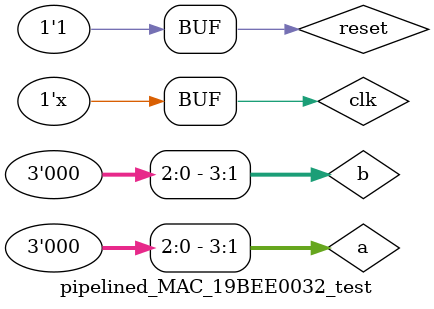
<source format=v>
`timescale 1ns / 1ps
module pipelined_MAC_19BEE0032_test();
reg clk=0,reset=0;
reg [3:0] a;
reg [3:0] b;
wire [9:0] cin;
pipelined_MAC_19BEE0032 uut(clk,reset,a,b,cin);

initial begin
reset=1'b0;
clk=1'b0;
#5;
reset=1'b1;
a=$random;
b=$random;
#10;
end

always
begin
    #5 clk=~clk;
end
endmodule
</source>
